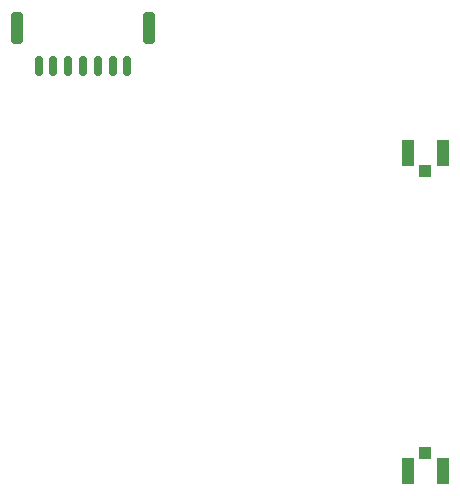
<source format=gbr>
%TF.GenerationSoftware,KiCad,Pcbnew,6.0.10+dfsg-1~bpo11+1*%
%TF.CreationDate,2023-02-03T00:16:52+00:00*%
%TF.ProjectId,ISM02A,49534d30-3241-42e6-9b69-6361645f7063,REV*%
%TF.SameCoordinates,Original*%
%TF.FileFunction,Paste,Top*%
%TF.FilePolarity,Positive*%
%FSLAX46Y46*%
G04 Gerber Fmt 4.6, Leading zero omitted, Abs format (unit mm)*
G04 Created by KiCad (PCBNEW 6.0.10+dfsg-1~bpo11+1) date 2023-02-03 00:16:52*
%MOMM*%
%LPD*%
G01*
G04 APERTURE LIST*
G04 Aperture macros list*
%AMRoundRect*
0 Rectangle with rounded corners*
0 $1 Rounding radius*
0 $2 $3 $4 $5 $6 $7 $8 $9 X,Y pos of 4 corners*
0 Add a 4 corners polygon primitive as box body*
4,1,4,$2,$3,$4,$5,$6,$7,$8,$9,$2,$3,0*
0 Add four circle primitives for the rounded corners*
1,1,$1+$1,$2,$3*
1,1,$1+$1,$4,$5*
1,1,$1+$1,$6,$7*
1,1,$1+$1,$8,$9*
0 Add four rect primitives between the rounded corners*
20,1,$1+$1,$2,$3,$4,$5,0*
20,1,$1+$1,$4,$5,$6,$7,0*
20,1,$1+$1,$6,$7,$8,$9,0*
20,1,$1+$1,$8,$9,$2,$3,0*%
G04 Aperture macros list end*
%ADD10RoundRect,0.150000X0.150000X0.700000X-0.150000X0.700000X-0.150000X-0.700000X0.150000X-0.700000X0*%
%ADD11RoundRect,0.250000X0.250000X1.100000X-0.250000X1.100000X-0.250000X-1.100000X0.250000X-1.100000X0*%
%ADD12R,1.000000X1.050000*%
%ADD13R,1.050000X2.200000*%
G04 APERTURE END LIST*
D10*
%TO.C,J2*%
X162754000Y-84146000D03*
X161504000Y-84146000D03*
X160254000Y-84146000D03*
X159004000Y-84146000D03*
X157754000Y-84146000D03*
X156504000Y-84146000D03*
X155254000Y-84146000D03*
D11*
X164604000Y-80946000D03*
X153404000Y-80946000D03*
%TD*%
D12*
%TO.C,J15*%
X188000000Y-93050000D03*
D13*
X189475000Y-91525000D03*
X186525000Y-91525000D03*
%TD*%
D12*
%TO.C,J13*%
X188000000Y-116950000D03*
D13*
X189475000Y-118475000D03*
X186525000Y-118475000D03*
%TD*%
M02*

</source>
